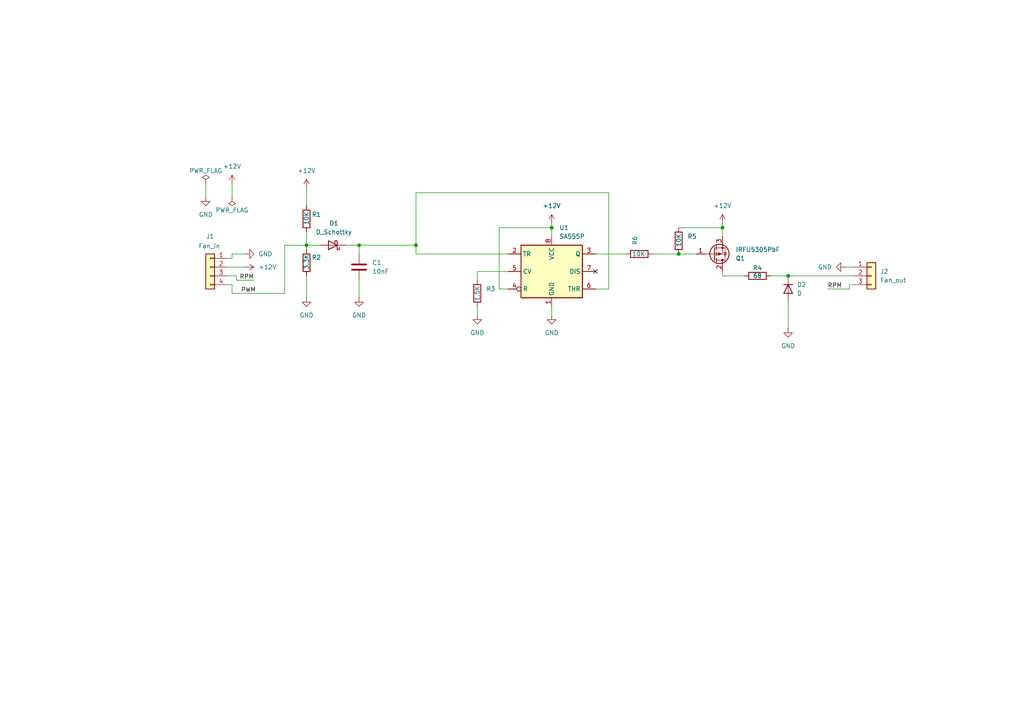
<source format=kicad_sch>
(kicad_sch (version 20231120) (generator "eeschema") (generator_version "8.0")
  (paper "A4")
  (lib_symbols
    (symbol "Connector_Generic:Conn_01x03" (pin_names (offset 1.016) hide)
      (property "Reference" "J" (at 0 5.08 0))
      (property "Value" "Conn_01x03" (at 0 -5.08 0))
      (symbol "Conn_01x03_1_1"
        (rectangle (start -1.27 -2.413) (end 0 -2.667) (stroke (width 0.1524)))
        (rectangle (start -1.27 0.127) (end 0 -0.127) (stroke (width 0.1524)))
        (rectangle (start -1.27 2.667) (end 0 2.413) (stroke (width 0.1524)))
        (rectangle (start -1.27 3.81) (end 1.27 -3.81) (stroke (width 0.254)) (fill (type background)))
        (pin passive line (at -5.08 2.54 0) (length 3.81) (name "Pin_1") (number "1"))
        (pin passive line (at -5.08 0 0) (length 3.81) (name "Pin_2") (number "2"))
        (pin passive line (at -5.08 -2.54 0) (length 3.81) (name "Pin_3") (number "3"))
      )
    )
    (symbol "Connector_Generic:Conn_01x04" (pin_names (offset 1.016) hide)
      (property "Reference" "J" (at 0 5.08 0))
      (property "Value" "Conn_01x04" (at 0 -7.62 0))
      (symbol "Conn_01x04_1_1"
        (rectangle (start -1.27 -4.953) (end 0 -5.207) (stroke (width 0.1524)))
        (rectangle (start -1.27 -2.413) (end 0 -2.667) (stroke (width 0.1524)))
        (rectangle (start -1.27 0.127) (end 0 -0.127) (stroke (width 0.1524)))
        (rectangle (start -1.27 2.667) (end 0 2.413) (stroke (width 0.1524)))
        (rectangle (start -1.27 3.81) (end 1.27 -6.35) (stroke (width 0.254)) (fill (type background)))
        (pin passive line (at -5.08 2.54 0) (length 3.81) (name "Pin_1") (number "1"))
        (pin passive line (at -5.08 0 0) (length 3.81) (name "Pin_2") (number "2"))
        (pin passive line (at -5.08 -2.54 0) (length 3.81) (name "Pin_3") (number "3"))
        (pin passive line (at -5.08 -5.08 0) (length 3.81) (name "Pin_4") (number "4"))
      )
    )
    (symbol "Device:C" (pin_numbers hide) (pin_names (offset 0.254))
      (property "Reference" "C" (at 0.635 2.54 0))
      (property "Value" "C" (at 0.635 -2.54 0))
      (symbol "C_0_1"
        (polyline (pts (xy -2.032 -0.762) (xy 2.032 -0.762)) (stroke (width 0.508)))
        (polyline (pts (xy -2.032 0.762) (xy 2.032 0.762)) (stroke (width 0.508)))
      )
      (symbol "C_1_1"
        (pin passive line (at 0 3.81 270) (length 2.794) (name "~") (number "1"))
        (pin passive line (at 0 -3.81 90) (length 2.794) (name "~") (number "2"))
      )
    )
    (symbol "Device:D" (pin_numbers hide) (pin_names (offset 1.016) hide)
      (property "Reference" "D" (at 0 2.54 0))
      (property "Value" "D" (at 0 -2.54 0))
      (symbol "D_0_1"
        (polyline (pts (xy -1.27 1.27) (xy -1.27 -1.27)) (stroke (width 0.254)))
        (polyline (pts (xy 1.27 0) (xy -1.27 0)))
        (polyline (pts (xy 1.27 1.27) (xy 1.27 -1.27) (xy -1.27 0) (xy 1.27 1.27)) (stroke (width 0.254)))
      )
      (symbol "D_1_1"
        (pin passive line (at -3.81 0 0) (length 2.54) (name "K") (number "1"))
        (pin passive line (at 3.81 0 180) (length 2.54) (name "A") (number "2"))
      )
    )
    (symbol "Device:D_Schottky" (pin_numbers hide) (pin_names (offset 1.016) hide)
      (property "Reference" "D" (at 0 2.54 0))
      (property "Value" "D_Schottky" (at 0 -2.54 0))
      (symbol "D_Schottky_0_1"
        (polyline (pts (xy 1.27 0) (xy -1.27 0)))
        (polyline (pts (xy 1.27 1.27) (xy 1.27 -1.27) (xy -1.27 0) (xy 1.27 1.27)) (stroke (width 0.254)))
        (polyline (pts (xy -1.905 0.635) (xy -1.905 1.27) (xy -1.27 1.27) (xy -1.27 -1.27) (xy -0.635 -1.27) (xy -0.635 -0.635)) (stroke (width 0.254)))
      )
      (symbol "D_Schottky_1_1"
        (pin passive line (at -3.81 0 0) (length 2.54) (name "K") (number "1"))
        (pin passive line (at 3.81 0 180) (length 2.54) (name "A") (number "2"))
      )
    )
    (symbol "Device:R" (pin_numbers hide) (pin_names (offset 0))
      (property "Reference" "R" (at 2.032 0 90))
      (property "Value" "R" (at 0 0 90))
      (symbol "R_0_1"
        (rectangle (start -1.016 -2.54) (end 1.016 2.54) (stroke (width 0.254)))
      )
      (symbol "R_1_1"
        (pin passive line (at 0 3.81 270) (length 1.27) (name "~") (number "1"))
        (pin passive line (at 0 -3.81 90) (length 1.27) (name "~") (number "2"))
      )
    )
    (symbol "Timer:SA555P"
      (property "Reference" "U" (at -10.16 8.89 0))
      (property "Value" "SA555P" (at 2.54 8.89 0))
      (symbol "SA555P_0_0"
        (pin power_in line (at 0 -10.16 90) (length 2.54) (name "GND") (number "1"))
        (pin power_in line (at 0 10.16 270) (length 2.54) (name "VCC") (number "8"))
      )
      (symbol "SA555P_0_1"
        (rectangle (start -8.89 -7.62) (end 8.89 7.62) (stroke (width 0.254)) (fill (type background)))
        (rectangle (start -8.89 -7.62) (end 8.89 7.62) (stroke (width 0.254)) (fill (type background)))
      )
      (symbol "SA555P_1_1"
        (pin input line (at -12.7 5.08 0) (length 3.81) (name "TR") (number "2"))
        (pin output line (at 12.7 5.08 180) (length 3.81) (name "Q") (number "3"))
        (pin input inverted (at -12.7 -5.08 0) (length 3.81) (name "R") (number "4"))
        (pin input line (at -12.7 0 0) (length 3.81) (name "CV") (number "5"))
        (pin input line (at 12.7 -5.08 180) (length 3.81) (name "THR") (number "6"))
        (pin input line (at 12.7 0 180) (length 3.81) (name "DIS") (number "7"))
      )
    )
    (symbol "Transistor_FET:IRF9540N" (pin_names hide)
      (property "Reference" "Q" (at 5.08 1.905 0))
      (property "Value" "IRF9540N" (at 5.08 0 0))
      (symbol "IRF9540N_0_1"
        (polyline (pts (xy 0.254 0) (xy -2.54 0)))
        (polyline (pts (xy 0.254 1.905) (xy 0.254 -1.905)) (stroke (width 0.254)))
        (polyline (pts (xy 0.762 -1.27) (xy 0.762 -2.286)) (stroke (width 0.254)))
        (polyline (pts (xy 0.762 0.508) (xy 0.762 -0.508)) (stroke (width 0.254)))
        (polyline (pts (xy 0.762 2.286) (xy 0.762 1.27)) (stroke (width 0.254)))
        (polyline (pts (xy 2.54 2.54) (xy 2.54 1.778)))
        (polyline (pts (xy 2.54 -2.54) (xy 2.54 0) (xy 0.762 0)))
        (polyline (pts (xy 0.762 1.778) (xy 3.302 1.778) (xy 3.302 -1.778) (xy 0.762 -1.778)))
        (polyline (pts (xy 2.286 0) (xy 1.27 0.381) (xy 1.27 -0.381) (xy 2.286 0)) (fill (type outline)))
        (polyline (pts (xy 2.794 -0.508) (xy 2.921 -0.381) (xy 3.683 -0.381) (xy 3.81 -0.254)))
        (polyline (pts (xy 3.302 -0.381) (xy 2.921 0.254) (xy 3.683 0.254) (xy 3.302 -0.381)))
        (circle (center 1.651 0) (radius 2.794) (stroke (width 0.254)))
        (circle (center 2.54 -1.778) (radius 0.254) (fill (type outline)))
        (circle (center 2.54 1.778) (radius 0.254) (fill (type outline)))
      )
      (symbol "IRF9540N_1_1"
        (pin input line (at -5.08 0 0) (length 2.54) (name "G") (number "1"))
        (pin passive line (at 2.54 5.08 270) (length 2.54) (name "D") (number "2"))
        (pin passive line (at 2.54 -5.08 90) (length 2.54) (name "S") (number "3"))
      )
    )
    (symbol "power:+12V" (power) (pin_numbers hide) (pin_names (offset 0) hide)
      (property "Value" "+12V" (at 0 3.556 0))
      (symbol "+12V_0_1"
        (polyline (pts (xy -0.762 1.27) (xy 0 2.54)))
        (polyline (pts (xy 0 0) (xy 0 2.54)))
        (polyline (pts (xy 0 2.54) (xy 0.762 1.27)))
      )
      (symbol "+12V_1_1"
        (pin power_in line (at 0 0 90) (length 0) (name "~") (number "1"))
      )
    )
    (symbol "power:GND" (power) (pin_numbers hide) (pin_names (offset 0) hide)
      (property "Value" "GND" (at 0 -3.81 0))
      (symbol "GND_0_1"
        (polyline (pts (xy 0 0) (xy 0 -1.27) (xy 1.27 -1.27) (xy 0 -2.54) (xy -1.27 -1.27) (xy 0 -1.27)))
      )
      (symbol "GND_1_1"
        (pin power_in line (at 0 0 270) (length 0) (name "~") (number "1"))
      )
    )
    (symbol "power:PWR_FLAG" (power) (pin_numbers hide) (pin_names (offset 0) hide)
      (property "Value" "PWR_FLAG" (at 0 3.81 0))
      (symbol "PWR_FLAG_0_0"
        (pin power_out line (at 0 0 90) (length 0) (name "~") (number "1"))
      )
      (symbol "PWR_FLAG_0_1"
        (polyline (pts (xy 0 0) (xy 0 1.27) (xy -1.016 1.905) (xy 0 2.54) (xy 1.016 1.905) (xy 0 1.27)))
      )
    )
  )
  (junction (at 88.9 71.12))
  (junction (at 209.55 66.04))
  (junction (at 160.02 66.04))
  (junction (at 104.14 71.12))
  (junction (at 196.85 73.66))
  (junction (at 120.65 71.12))
  (junction (at 228.6 80.01))
  (no_connect (at 172.72 78.74))
  (wire (pts (xy 67.31 82.55) (xy 66.04 82.55)))
  (wire (pts (xy 67.31 85.09) (xy 67.31 82.55)))
  (wire (pts (xy 189.23 73.66) (xy 196.85 73.66)))
  (wire (pts (xy 176.53 83.82) (xy 172.72 83.82)))
  (wire (pts (xy 176.53 55.88) (xy 120.65 55.88)))
  (wire (pts (xy 160.02 64.77) (xy 160.02 66.04)))
  (wire (pts (xy 88.9 71.12) (xy 88.9 72.39)))
  (wire (pts (xy 228.6 87.63) (xy 228.6 95.25)))
  (wire (pts (xy 196.85 73.66) (xy 201.93 73.66)))
  (wire (pts (xy 120.65 73.66) (xy 147.32 73.66)))
  (wire (pts (xy 67.31 73.66) (xy 67.31 74.93)))
  (wire (pts (xy 59.69 53.34) (xy 59.69 57.15)))
  (wire (pts (xy 67.31 53.34) (xy 67.31 57.15)))
  (wire (pts (xy 160.02 66.04) (xy 160.02 68.58)))
  (wire (pts (xy 67.31 74.93) (xy 66.04 74.93)))
  (wire (pts (xy 88.9 67.31) (xy 88.9 71.12)))
  (wire (pts (xy 100.33 71.12) (xy 104.14 71.12)))
  (wire (pts (xy 88.9 71.12) (xy 92.71 71.12)))
  (wire (pts (xy 88.9 80.01) (xy 88.9 86.36)))
  (wire (pts (xy 138.43 78.74) (xy 147.32 78.74)))
  (wire (pts (xy 246.38 82.55) (xy 246.38 83.82)))
  (wire (pts (xy 147.32 83.82) (xy 144.78 83.82)))
  (wire (pts (xy 82.55 85.09) (xy 82.55 71.12)))
  (wire (pts (xy 209.55 64.77) (xy 209.55 66.04)))
  (wire (pts (xy 172.72 73.66) (xy 181.61 73.66)))
  (wire (pts (xy 104.14 71.12) (xy 104.14 73.66)))
  (wire (pts (xy 68.58 81.28) (xy 73.66 81.28)))
  (wire (pts (xy 176.53 83.82) (xy 176.53 55.88)))
  (wire (pts (xy 228.6 80.01) (xy 247.65 80.01)))
  (wire (pts (xy 120.65 55.88) (xy 120.65 71.12)))
  (wire (pts (xy 160.02 88.9) (xy 160.02 91.44)))
  (wire (pts (xy 144.78 83.82) (xy 144.78 66.04)))
  (wire (pts (xy 82.55 71.12) (xy 88.9 71.12)))
  (wire (pts (xy 138.43 88.9) (xy 138.43 91.44)))
  (wire (pts (xy 68.58 81.28) (xy 68.58 80.01)))
  (wire (pts (xy 228.6 80.01) (xy 223.52 80.01)))
  (wire (pts (xy 209.55 80.01) (xy 215.9 80.01)))
  (wire (pts (xy 209.55 78.74) (xy 209.55 80.01)))
  (wire (pts (xy 245.11 77.47) (xy 247.65 77.47)))
  (wire (pts (xy 247.65 82.55) (xy 246.38 82.55)))
  (wire (pts (xy 209.55 66.04) (xy 209.55 68.58)))
  (wire (pts (xy 66.04 77.47) (xy 71.12 77.47)))
  (wire (pts (xy 144.78 66.04) (xy 160.02 66.04)))
  (wire (pts (xy 104.14 71.12) (xy 120.65 71.12)))
  (wire (pts (xy 88.9 54.61) (xy 88.9 59.69)))
  (wire (pts (xy 240.03 83.82) (xy 246.38 83.82)))
  (wire (pts (xy 67.31 85.09) (xy 82.55 85.09)))
  (wire (pts (xy 196.85 66.04) (xy 209.55 66.04)))
  (wire (pts (xy 104.14 81.28) (xy 104.14 86.36)))
  (wire (pts (xy 120.65 73.66) (xy 120.65 71.12)))
  (wire (pts (xy 138.43 81.28) (xy 138.43 78.74)))
  (wire (pts (xy 68.58 80.01) (xy 66.04 80.01)))
  (wire (pts (xy 67.31 73.66) (xy 71.12 73.66)))
  (label "RPM" (at 240.03 83.82 0))
  (label "PWM" (at 69.85 85.09 0))
  (label "RPM" (at 73.66 81.28 180))
  (symbol (lib_id "power:+12V") (at 67.31 53.34 0) (unit 1)
    (property "Reference" "#PWR02" (effects (hide yes)))
    (property "Value" "+12V" (at 67.31 48.26 0))
    (property "Description" "Power symbol creates a global label with name \"+12V\"" (effects (hide yes)))
  )
  (symbol (lib_id "Device:R") (at 88.9 63.5 0) (unit 1)
    (property "Reference" "R1" (at 90.424 62.23 0) (effects (justify left)))
    (property "Value" "10K" (at 88.9 65.278 90) (effects (justify left)))
    (property "Footprint" "Resistor_THT:R_Axial_DIN0207_L6.3mm_D2.5mm_P7.62mm_Horizontal" (effects (hide yes)))
    (property "Description" "Resistor" (effects (hide yes)))
  )
  (symbol (lib_id "Device:R") (at 138.43 85.09 0) (unit 1)
    (property "Reference" "R3" (at 140.97 83.8199 0) (effects (justify left)))
    (property "Value" "1.5K" (at 138.43 87.376 90) (effects (justify left)))
    (property "Footprint" "Resistor_THT:R_Axial_DIN0207_L6.3mm_D2.5mm_P7.62mm_Horizontal" (effects (hide yes)))
    (property "Description" "Resistor" (effects (hide yes)))
  )
  (symbol (lib_id "power:GND") (at 138.43 91.44 0) (unit 1)
    (property "Reference" "#PWR08" (effects (hide yes)))
    (property "Value" "GND" (at 138.43 96.52 0))
    (property "Description" "Power symbol creates a global label with name \"GND\" , ground" (effects (hide yes)))
  )
  (symbol (lib_id "Connector_Generic:Conn_01x04") (at 60.96 77.47 0) (mirror y) (unit 1)
    (property "Reference" "J1" (at 60.96 68.58 0))
    (property "Value" "Fan_in" (at 60.706 71.374 0))
    (property "Footprint" "Connector_PinHeader_2.54mm:PinHeader_1x04_P2.54mm_Vertical" (effects (hide yes)))
    (property "Description" "Generic connector, single row, 01x04, script generated (kicad-library-utils/schlib/autogen/connector/)" (effects (hide yes)))
  )
  (symbol (lib_id "Timer:SA555P") (at 160.02 78.74 0) (unit 1)
    (property "Reference" "U1" (at 162.2141 66.04 0) (effects (justify left)))
    (property "Value" "SA555P" (at 162.2141 68.58 0) (effects (justify left)))
    (property "Footprint" "Package_DIP:DIP-8_W7.62mm" (effects (hide yes)))
    (property "Datasheet" "http://www.ti.com/lit/ds/symlink/ne555.pdf" (effects (hide yes)))
    (property "Description" "Precision Timers, 555 compatible, PDIP-8" (effects (hide yes)))
  )
  (symbol (lib_id "Device:R") (at 185.42 73.66 90) (unit 1)
    (property "Reference" "R6" (at 184.1499 71.12 0) (effects (justify left)))
    (property "Value" "10K" (at 187.198 73.66 90) (effects (justify left)))
    (property "Footprint" "Resistor_THT:R_Axial_DIN0207_L6.3mm_D2.5mm_P7.62mm_Horizontal" (effects (hide yes)))
    (property "Description" "Resistor" (effects (hide yes)))
  )
  (symbol (lib_id "Device:R") (at 219.71 80.01 90) (unit 1)
    (property "Reference" "R4" (at 219.71 77.724 90))
    (property "Value" "68" (at 219.71 80.01 90))
    (property "Footprint" "Resistor_THT:R_Axial_DIN0207_L6.3mm_D2.5mm_P7.62mm_Horizontal" (effects (hide yes)))
    (property "Description" "Resistor" (effects (hide yes)))
  )
  (symbol (lib_id "power:GND") (at 104.14 86.36 0) (unit 1)
    (property "Reference" "#PWR07" (effects (hide yes)))
    (property "Value" "GND" (at 104.14 91.44 0))
    (property "Description" "Power symbol creates a global label with name \"GND\" , ground" (effects (hide yes)))
  )
  (symbol (lib_id "power:+12V") (at 160.02 64.77 0) (unit 1)
    (property "Reference" "#PWR09" (effects (hide yes)))
    (property "Value" "+12V" (at 160.02 59.69 0))
    (property "Description" "Power symbol creates a global label with name \"+12V\"" (effects (hide yes)))
  )
  (symbol (lib_id "power:GND") (at 71.12 73.66 90) (unit 1)
    (property "Reference" "#PWR03" (effects (hide yes)))
    (property "Value" "GND" (at 74.93 73.6599 90) (effects (justify right)))
    (property "Description" "Power symbol creates a global label with name \"GND\" , ground" (effects (hide yes)))
  )
  (symbol (lib_id "power:GND") (at 160.02 91.44 0) (unit 1)
    (property "Reference" "#PWR010" (effects (hide yes)))
    (property "Value" "GND" (at 160.02 96.52 0))
    (property "Description" "Power symbol creates a global label with name \"GND\" , ground" (effects (hide yes)))
  )
  (symbol (lib_id "Connector_Generic:Conn_01x03") (at 252.73 80.01 0) (unit 1)
    (property "Reference" "J2" (at 255.27 78.7399 0) (effects (justify left)))
    (property "Value" "Fan_out" (at 255.27 81.2799 0) (effects (justify left)))
    (property "Footprint" "Connector_PinHeader_2.54mm:PinHeader_1x03_P2.54mm_Vertical" (effects (hide yes)))
    (property "Description" "Generic connector, single row, 01x03, script generated (kicad-library-utils/schlib/autogen/connector/)" (effects (hide yes)))
  )
  (symbol (lib_id "power:PWR_FLAG") (at 67.31 57.15 180) (unit 1)
    (property "Reference" "#FLG02" (effects (hide yes)))
    (property "Value" "PWR_FLAG" (at 67.31 60.96 0))
    (property "Description" "Special symbol for telling ERC where power comes from" (effects (hide yes)))
  )
  (symbol (lib_id "power:+12V") (at 88.9 54.61 0) (unit 1)
    (property "Reference" "#PWR05" (effects (hide yes)))
    (property "Value" "+12V" (at 88.9 49.53 0))
    (property "Description" "Power symbol creates a global label with name \"+12V\"" (effects (hide yes)))
  )
  (symbol (lib_id "power:PWR_FLAG") (at 59.69 53.34 0) (unit 1)
    (property "Reference" "#FLG01" (effects (hide yes)))
    (property "Value" "PWR_FLAG" (at 59.69 49.53 0))
    (property "Description" "Special symbol for telling ERC where power comes from" (effects (hide yes)))
  )
  (symbol (lib_id "power:+12V") (at 209.55 64.77 0) (unit 1)
    (property "Reference" "#PWR013" (effects (hide yes)))
    (property "Value" "+12V" (at 209.55 59.69 0))
    (property "Description" "Power symbol creates a global label with name \"+12V\"" (effects (hide yes)))
  )
  (symbol (lib_id "Device:R") (at 196.85 69.85 0) (unit 1)
    (property "Reference" "R5" (at 199.39 68.5799 0) (effects (justify left)))
    (property "Value" "10K" (at 196.85 71.628 90) (effects (justify left)))
    (property "Footprint" "Resistor_THT:R_Axial_DIN0207_L6.3mm_D2.5mm_P7.62mm_Horizontal" (effects (hide yes)))
    (property "Description" "Resistor" (effects (hide yes)))
  )
  (symbol (lib_id "Device:C") (at 104.14 77.47 0) (unit 1)
    (property "Reference" "C1" (at 107.95 76.1999 0) (effects (justify left)))
    (property "Value" "10nF" (at 107.95 78.7399 0) (effects (justify left)))
    (property "Footprint" "Capacitor_THT:C_Disc_D4.3mm_W1.9mm_P5.00mm" (effects (hide yes)))
    (property "Description" "Unpolarized capacitor" (effects (hide yes)))
  )
  (symbol (lib_id "Device:R") (at 88.9 76.2 180) (unit 1)
    (property "Reference" "R2" (at 90.424 74.676 0) (effects (justify right)))
    (property "Value" "3.3K" (at 88.9 78.232 90) (effects (justify right)))
    (property "Footprint" "Resistor_THT:R_Axial_DIN0207_L6.3mm_D2.5mm_P7.62mm_Horizontal" (effects (hide yes)))
    (property "Description" "Resistor" (effects (hide yes)))
  )
  (symbol (lib_id "power:+12V") (at 71.12 77.47 270) (unit 1)
    (property "Reference" "#PWR04" (effects (hide yes)))
    (property "Value" "+12V" (at 74.93 77.4699 90) (effects (justify left)))
    (property "Description" "Power symbol creates a global label with name \"+12V\"" (effects (hide yes)))
  )
  (symbol (lib_id "Device:D") (at 228.6 83.82 270) (unit 1)
    (property "Reference" "D2" (at 231.14 82.5499 90) (effects (justify left)))
    (property "Value" "D" (at 231.14 85.0899 90) (effects (justify left)))
    (property "Footprint" "Diode_THT:D_DO-35_SOD27_P7.62mm_Horizontal" (effects (hide yes)))
    (property "Description" "Diode" (effects (hide yes)))
    (property "Sim.Device" "D" (effects (hide yes)))
    (property "Sim.Pins" "1=K 2=A" (effects (hide yes)))
  )
  (symbol (lib_id "power:GND") (at 245.11 77.47 270) (unit 1)
    (property "Reference" "#PWR012" (effects (hide yes)))
    (property "Value" "GND" (at 241.3 77.4699 90) (effects (justify right)))
    (property "Description" "Power symbol creates a global label with name \"GND\" , ground" (effects (hide yes)))
  )
  (symbol (lib_id "power:GND") (at 228.6 95.25 0) (unit 1)
    (property "Reference" "#PWR011" (effects (hide yes)))
    (property "Value" "GND" (at 228.6 100.33 0))
    (property "Description" "Power symbol creates a global label with name \"GND\" , ground" (effects (hide yes)))
  )
  (symbol (lib_id "Transistor_FET:IRF9540N") (at 207.01 73.66 0) (mirror x) (unit 1)
    (property "Reference" "Q1" (at 213.36 74.9301 0) (effects (justify left)))
    (property "Value" "IRFU5305PbF" (at 213.36 72.3901 0) (effects (justify left)))
    (property "Footprint" "Package_TO_SOT_THT:TO-251-3-1EP_Horizontal_TabDown" (effects (hide yes)))
    (property "Description" "-31A Id, -55V Vds, 65mOhm Rds, P-Channel HEXFET Power MOSFET, TO-251" (effects (hide yes)))
  )
  (symbol (lib_id "power:GND") (at 59.69 57.15 0) (unit 1)
    (property "Reference" "#PWR01" (effects (hide yes)))
    (property "Value" "GND" (at 59.69 62.23 0))
    (property "Description" "Power symbol creates a global label with name \"GND\" , ground" (effects (hide yes)))
  )
  (symbol (lib_id "power:GND") (at 88.9 86.36 0) (unit 1)
    (property "Reference" "#PWR06" (effects (hide yes)))
    (property "Value" "GND" (at 88.9 91.44 0))
    (property "Description" "Power symbol creates a global label with name \"GND\" , ground" (effects (hide yes)))
  )
  (symbol (lib_id "Device:D_Schottky") (at 96.52 71.12 180) (unit 1)
    (property "Reference" "D1" (at 96.8375 64.77 0))
    (property "Value" "D_Schottky" (at 96.8375 67.31 0))
    (property "Footprint" "Diode_THT:D_DO-35_SOD27_P7.62mm_Horizontal" (effects (hide yes)))
    (property "Description" "Schottky diode" (effects (hide yes)))
  )
)
</source>
